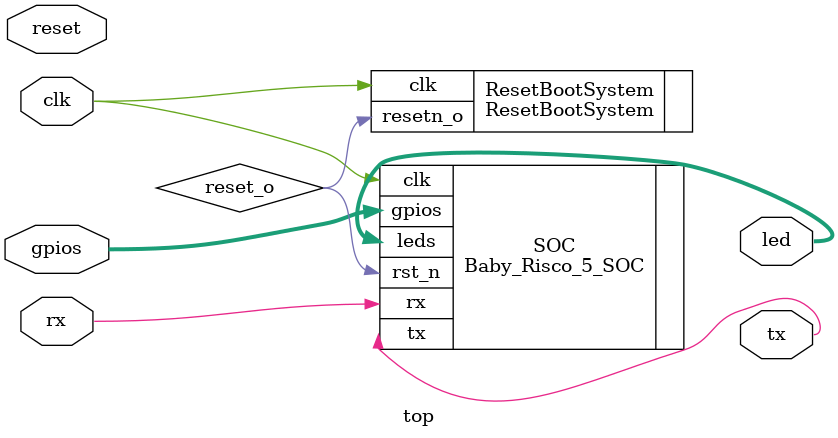
<source format=v>
module top (
    input wire clk,
    input wire reset,
    input wire rx,
    output wire tx,
    output wire [7:0]led,
    inout [5:0]gpios
);

wire reset_o;

ResetBootSystem #(
    .CYCLES   (20)
) ResetBootSystem(
    .clk      (clk),
    .resetn_o (reset_o),
    
);

Baby_Risco_5_SOC #(
    .CLOCK_FREQ       (25000000),
    .BIT_RATE         (115200),
    .MEMORY_SIZE      (4096),
    .MEMORY_FILE      ("../../software/memory/addi.hex"),
    .GPIO_WIDHT       (6),
    .UART_BUFFER_SIZE (16)
) SOC(
    .clk   (clk),
    .rst_n (reset_o),
    .leds  (led),
    .rx    (rx),
    .tx    (tx),
    .gpios (gpios)
);


endmodule

</source>
